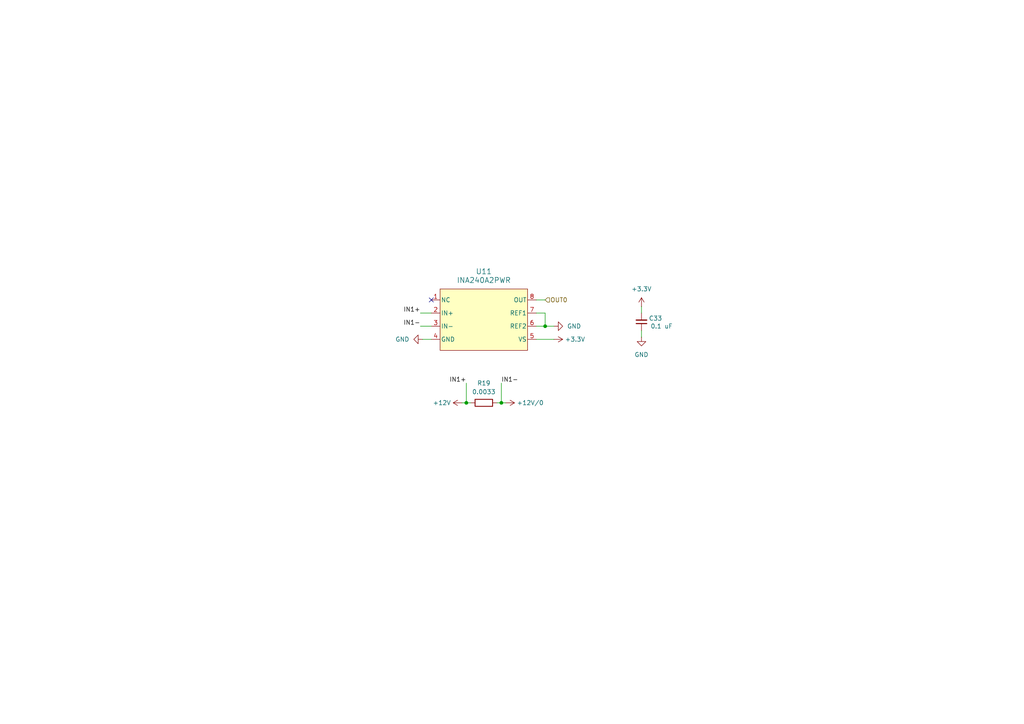
<source format=kicad_sch>
(kicad_sch (version 20231120) (generator "eeschema") (generator_version "8.0")
  (paper "A4")
  (lib_symbols
    (symbol "Device:C_Small" (pin_numbers hide) (pin_names (offset 0.254) hide)
      (property "Reference" "C" (at 0.254 1.778 0))
      (property "Value" "C_Small" (at 0.254 -2.032 0))
      (symbol "C_Small_0_1"
        (polyline (pts (xy -1.524 -0.508) (xy 1.524 -0.508)) (stroke (width 0.3302)))
        (polyline (pts (xy -1.524 0.508) (xy 1.524 0.508)) (stroke (width 0.3048)))
      )
      (symbol "C_Small_1_1"
        (pin passive line (at 0 2.54 270) (length 2.032) (name "~") (number "1"))
        (pin passive line (at 0 -2.54 90) (length 2.032) (name "~") (number "2"))
      )
    )
    (symbol "Device:R" (pin_numbers hide) (pin_names (offset 0))
      (property "Reference" "R" (at 2.032 0 90))
      (property "Value" "R" (at 0 0 90))
      (symbol "R_0_1"
        (rectangle (start -1.016 -2.54) (end 1.016 2.54) (stroke (width 0.254)))
      )
      (symbol "R_1_1"
        (pin passive line (at 0 3.81 270) (length 1.27) (name "~") (number "1"))
        (pin passive line (at 0 -3.81 90) (length 1.27) (name "~") (number "2"))
      )
    )
    (symbol "INA240A2PWR:INA240A2PWR" (pin_names (offset 0.254))
      (property "Reference" "U" (at 20.32 10.16 0))
      (property "Value" "INA240A2PWR" (at 20.32 7.62 0))
      (symbol "INA240A2PWR_1_1"
        (rectangle (start 7.62 5.08) (end 33.02 -12.7) (fill (type background)))
        (pin unspecified line (at 5.08 1.905 0) (length 2.54) (name "NC") (number "1"))
        (pin input line (at 5.08 -1.905 0) (length 2.54) (name "IN+") (number "2"))
        (pin input line (at 5.08 -5.715 0) (length 2.54) (name "IN-") (number "3"))
        (pin power_in line (at 5.08 -9.525 0) (length 2.54) (name "GND") (number "4"))
        (pin power_in line (at 35.56 -9.525 180) (length 2.54) (name "VS") (number "5"))
        (pin input line (at 35.56 -5.715 180) (length 2.54) (name "REF2") (number "6"))
        (pin input line (at 35.56 -1.905 180) (length 2.54) (name "REF1") (number "7"))
        (pin output line (at 35.56 1.905 180) (length 2.54) (name "OUT") (number "8"))
      )
    )
    (symbol "power:+12V" (power) (pin_numbers hide) (pin_names (offset 0) hide)
      (property "Value" "+12V" (at 0 3.556 0))
      (symbol "+12V_0_1"
        (polyline (pts (xy -0.762 1.27) (xy 0 2.54)))
        (polyline (pts (xy 0 0) (xy 0 2.54)))
        (polyline (pts (xy 0 2.54) (xy 0.762 1.27)))
      )
      (symbol "+12V_1_1"
        (pin power_in line (at 0 0 90) (length 0) (name "~") (number "1"))
      )
    )
    (symbol "power:+3.3V" (power) (pin_numbers hide) (pin_names (offset 0) hide)
      (property "Value" "+3.3V" (at 0 3.556 0))
      (symbol "+3.3V_0_1"
        (polyline (pts (xy -0.762 1.27) (xy 0 2.54)))
        (polyline (pts (xy 0 0) (xy 0 2.54)))
        (polyline (pts (xy 0 2.54) (xy 0.762 1.27)))
      )
      (symbol "+3.3V_1_1"
        (pin power_in line (at 0 0 90) (length 0) (name "~") (number "1"))
      )
    )
    (symbol "power:+48V" (power) (pin_numbers hide) (pin_names (offset 0) hide)
      (property "Value" "+48V" (at 0 3.556 0))
      (symbol "+48V_0_1"
        (polyline (pts (xy -0.762 1.27) (xy 0 2.54)))
        (polyline (pts (xy 0 0) (xy 0 2.54)))
        (polyline (pts (xy 0 2.54) (xy 0.762 1.27)))
      )
      (symbol "+48V_1_1"
        (pin power_in line (at 0 0 90) (length 0) (name "~") (number "1"))
      )
    )
    (symbol "power:GND" (power) (pin_numbers hide) (pin_names (offset 0) hide)
      (property "Value" "GND" (at 0 -3.81 0))
      (symbol "GND_0_1"
        (polyline (pts (xy 0 0) (xy 0 -1.27) (xy 1.27 -1.27) (xy 0 -2.54) (xy -1.27 -1.27) (xy 0 -1.27)))
      )
      (symbol "GND_1_1"
        (pin power_in line (at 0 0 270) (length 0) (name "~") (number "1"))
      )
    )
  )
  (junction (at 158.115 94.615))
  (junction (at 135.255 116.84))
  (junction (at 145.415 116.84))
  (no_connect (at 125.095 86.995))
  (wire (pts (xy 186.055 95.885) (xy 186.055 97.79)))
  (wire (pts (xy 158.115 90.805) (xy 158.115 94.615)))
  (wire (pts (xy 155.575 90.805) (xy 158.115 90.805)))
  (wire (pts (xy 122.555 98.425) (xy 125.095 98.425)))
  (wire (pts (xy 144.145 116.84) (xy 145.415 116.84)))
  (wire (pts (xy 158.115 94.615) (xy 160.655 94.615)))
  (wire (pts (xy 121.92 90.805) (xy 125.095 90.805)))
  (wire (pts (xy 145.415 111.125) (xy 145.415 116.84)))
  (wire (pts (xy 155.575 94.615) (xy 158.115 94.615)))
  (wire (pts (xy 155.575 98.425) (xy 160.655 98.425)))
  (wire (pts (xy 135.255 116.84) (xy 136.525 116.84)))
  (wire (pts (xy 145.415 116.84) (xy 146.685 116.84)))
  (wire (pts (xy 135.255 111.125) (xy 135.255 116.84)))
  (wire (pts (xy 121.92 94.615) (xy 125.095 94.615)))
  (wire (pts (xy 133.985 116.84) (xy 135.255 116.84)))
  (wire (pts (xy 155.575 86.995) (xy 158.115 86.995)))
  (wire (pts (xy 186.055 88.9) (xy 186.055 90.805)))
  (label "IN1+" (at 121.92 90.805 180))
  (label "IN1-" (at 145.415 111.125 0))
  (label "IN1-" (at 121.92 94.615 180))
  (label "IN1+" (at 135.255 111.125 180))
  (hierarchical_label "OUT0" (shape input) (at 158.115 86.995 0))
  (symbol (lib_id "power:GND") (at 186.055 97.79 0) (unit 1)
    (property "Reference" "#PWR0104" (effects (hide yes)))
    (property "Value" "GND" (at 186.055 102.87 0))
    (property "Description" "Power symbol creates a global label with name \"GND\" , ground" (effects (hide yes)))
  )
  (symbol (lib_id "power:GND") (at 122.555 98.425 270) (unit 1)
    (property "Reference" "#PWR098" (effects (hide yes)))
    (property "Value" "GND" (at 118.745 98.4249 90) (effects (justify right)))
    (property "Description" "Power symbol creates a global label with name \"GND\" , ground" (effects (hide yes)))
  )
  (symbol (lib_id "Device:R") (at 140.335 116.84 90) (unit 1)
    (property "Reference" "R19" (at 140.335 111.125 90))
    (property "Value" "0.0033" (at 140.335 113.665 90))
    (property "Footprint" "WSLP25123L300DEA:RES_VISHAY_WSLP2512_A_VIS" (effects (hide yes)))
    (property "Datasheet" "https://www.vishay.com/docs/30122/wslp.pdf" (effects (hide yes)))
    (property "Description" "RES 0.0033 OHM 0.5% 3W 2512" (effects (hide yes)))
    (property "Mfr." "Vishay Dale" (effects (hide yes)))
    (property "Part #" "WSLP25123L300DEA" (effects (hide yes)))
    (property "Price" "$2.767" (effects (hide yes)))
    (property "Order Link" "https://www.digikey.com/en/products/detail/vishay-dale/WSLP25123L300DEA/9755540" (effects (hide yes)))
  )
  (symbol (lib_id "INA240A2PWR:INA240A2PWR") (at 120.015 88.9 0) (unit 1)
    (property "Reference" "U11" (at 140.335 78.74 0) (effects (font (size 1.524 1.524))))
    (property "Value" "INA240A2PWR" (at 140.335 81.28 0) (effects (font (size 1.524 1.524))))
    (property "Footprint" "INA240A2PWR:PW0008A_M" (effects (hide yes)))
    (property "Datasheet" "https://www.ti.com/lit/gpn/ina240" (effects (hide yes)))
    (property "Description" "IC CURR SENSE 1 CIRCUIT 8TSSOP" (effects (hide yes)))
    (property "Mfr." "Texas Instruments" (effects (hide yes)))
    (property "Part #" "INA240A2PWR" (effects (hide yes)))
    (property "Price" "$2.426" (effects (hide yes)))
    (property "Order Link" "https://www.digikey.com/en/products/detail/texas-instruments/INA240A2PWR/6562018" (effects (hide yes)))
  )
  (symbol (lib_id "power:GND") (at 160.655 94.615 90) (unit 1)
    (property "Reference" "#PWR0101" (effects (hide yes)))
    (property "Value" "GND" (at 164.465 94.6149 90) (effects (justify right)))
    (property "Description" "Power symbol creates a global label with name \"GND\" , ground" (effects (hide yes)))
  )
  (symbol (lib_id "power:+3.3V") (at 160.655 98.425 270) (unit 1)
    (property "Reference" "#PWR0102" (effects (hide yes)))
    (property "Value" "+3.3V" (at 163.83 98.4249 90) (effects (justify left)))
    (property "Description" "Power symbol creates a global label with name \"+3.3V\"" (effects (hide yes)))
  )
  (symbol (lib_id "Device:C_Small") (at 186.055 93.345 180) (unit 1)
    (property "Reference" "C33" (at 190.119 92.329 0))
    (property "Value" "0.1 uF" (at 191.897 94.615 0))
    (property "Footprint" "0805 Ceramic Capacitor:CAPC2012X140N" (effects (hide yes)))
    (property "Datasheet" "https://content.kemet.com/datasheets/KEM_C1023_X7R_AUTO_SMD.pdf" (effects (hide yes)))
    (property "Description" "0.1 uF 0805 Ceramic Capacitor - Automotive, Bypass, Decoupling" (effects (hide yes)))
    (property "Mfr." "KEMET" (effects (hide yes)))
    (property "Part #" "C0805C104J5RACAUTO" (effects (hide yes)))
    (property "Price" "$0.109" (effects (hide yes)))
    (property "Order Link" "https://www.digikey.com/en/products/detail/kemet/C0805C104J5RACAUTO/3314919" (effects (hide yes)))
  )
  (symbol (lib_id "power:+48V") (at 133.985 116.84 90) (unit 1)
    (property "Reference" "#PWR099" (effects (hide yes)))
    (property "Value" "+12V" (at 130.81 116.8399 90) (effects (justify left)))
    (property "Description" "Power symbol creates a global label with name \"+48V\"" (effects (hide yes)))
  )
  (symbol (lib_id "power:+12V") (at 146.685 116.84 270) (unit 1)
    (property "Reference" "#PWR0100" (effects (hide yes)))
    (property "Value" "+12V/0" (at 153.797 116.84 90))
    (property "Description" "Power symbol creates a global label with name \"+12V\"" (effects (hide yes)))
  )
  (symbol (lib_id "power:+3.3V") (at 186.055 88.9 0) (unit 1)
    (property "Reference" "#PWR0103" (effects (hide yes)))
    (property "Value" "+3.3V" (at 186.055 83.82 0))
    (property "Description" "Power symbol creates a global label with name \"+3.3V\"" (effects (hide yes)))
  )
)
</source>
